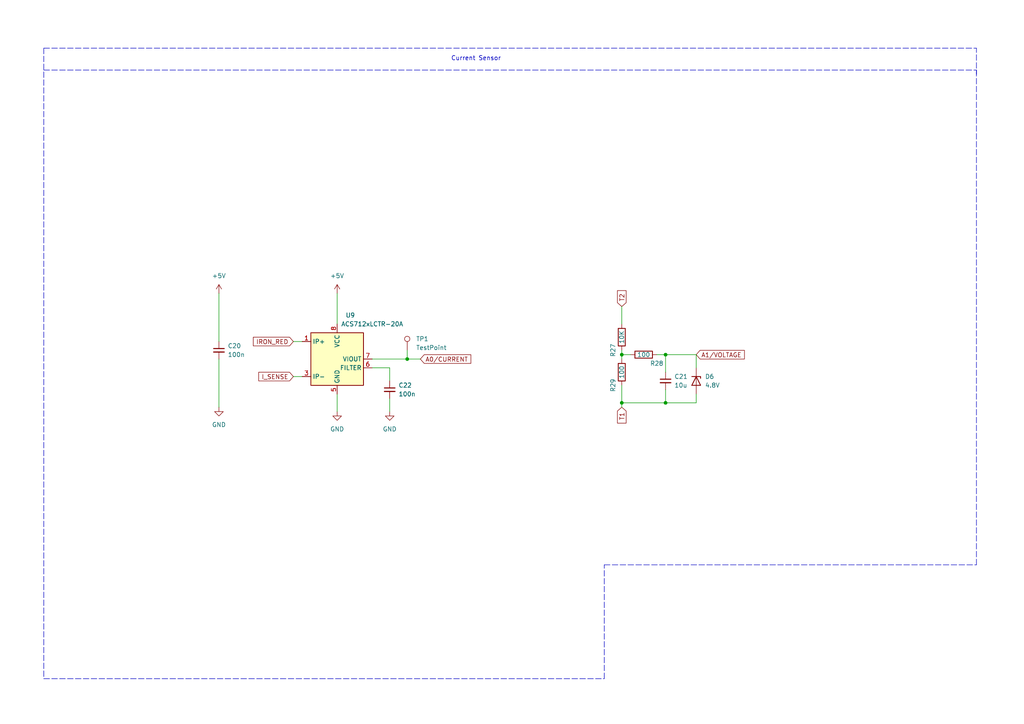
<source format=kicad_sch>
(kicad_sch (version 20210621) (generator eeschema)
  (paper "A4")
  (lib_symbols
    (symbol "Connector:TestPoint" (pin_numbers hide) (pin_names (offset 0.762) hide)
      (property "Reference" "TP" (at 0 6.858 0))
      (property "Value" "TestPoint" (at 0 5.08 0))
      (symbol "TestPoint_0_1"
        (circle (center 0 3.302) (radius 0.762))
      )
      (symbol "TestPoint_1_1"
        (pin passive line (at 0 0 90) (length 2.54) (name "1") (number "1"))
      )
    )
    (symbol "Device:C_Small" (pin_numbers hide) (pin_names (offset 0.254) hide)
      (property "Reference" "C" (at 0.254 1.778 0))
      (property "Value" "C_Small" (at 0.254 -2.032 0))
      (symbol "C_Small_0_1"
        (polyline (pts (xy -1.524 -0.508) (xy 1.524 -0.508)) (stroke (width 0.3302)))
        (polyline (pts (xy -1.524 0.508) (xy 1.524 0.508)) (stroke (width 0.3048)))
      )
      (symbol "C_Small_1_1"
        (pin passive line (at 0 2.54 270) (length 2.032) (name "~") (number "1"))
        (pin passive line (at 0 -2.54 90) (length 2.032) (name "~") (number "2"))
      )
    )
    (symbol "Device:R" (pin_numbers hide) (pin_names (offset 0))
      (property "Reference" "R" (at 2.032 0 90))
      (property "Value" "R" (at 0 0 90))
      (symbol "R_0_1"
        (rectangle (start -1.016 -2.54) (end 1.016 2.54) (stroke (width 0.254)))
      )
      (symbol "R_1_1"
        (pin passive line (at 0 3.81 270) (length 1.27) (name "~") (number "1"))
        (pin passive line (at 0 -3.81 90) (length 1.27) (name "~") (number "2"))
      )
    )
    (symbol "Diode:ZPDxx" (pin_numbers hide) (pin_names (offset 1.016) hide)
      (property "Reference" "D" (at 0 2.54 0))
      (property "Value" "ZPDxx" (at 0 -2.54 0))
      (symbol "ZPDxx_0_1"
        (polyline (pts (xy 1.27 0) (xy -1.27 0)))
        (polyline (pts (xy -1.27 -1.27) (xy -1.27 1.27) (xy -0.762 1.27)) (stroke (width 0.254)))
        (polyline (pts (xy 1.27 -1.27) (xy 1.27 1.27) (xy -1.27 0) (xy 1.27 -1.27)) (stroke (width 0.254)))
      )
      (symbol "ZPDxx_1_1"
        (pin passive line (at -3.81 0 0) (length 2.54) (name "K") (number "1"))
        (pin passive line (at 3.81 0 180) (length 2.54) (name "A") (number "2"))
      )
    )
    (symbol "Sensor_Current:ACS712xLCTR-20A"
      (property "Reference" "U" (at 2.54 11.43 0))
      (property "Value" "ACS712xLCTR-20A" (at 2.54 8.89 0))
      (symbol "ACS712xLCTR-20A_0_1"
        (rectangle (start -7.62 7.62) (end 7.62 -7.62) (stroke (width 0.254)) (fill (type background)))
      )
      (symbol "ACS712xLCTR-20A_1_1"
        (pin passive line (at -10.16 5.08 0) (length 2.54) (name "IP+") (number "1"))
        (pin passive line (at -10.16 5.08 0) (length 2.54) hide (name "IP+") (number "2"))
        (pin passive line (at -10.16 -5.08 0) (length 2.54) (name "IP-") (number "3"))
        (pin passive line (at -10.16 -5.08 0) (length 2.54) hide (name "IP-") (number "4"))
        (pin power_in line (at 0 -10.16 90) (length 2.54) (name "GND") (number "5"))
        (pin passive line (at 10.16 -2.54 180) (length 2.54) (name "FILTER") (number "6"))
        (pin output line (at 10.16 0 180) (length 2.54) (name "VIOUT") (number "7"))
        (pin power_in line (at 0 10.16 270) (length 2.54) (name "VCC") (number "8"))
      )
    )
    (symbol "power:+5V" (power) (pin_names (offset 0))
      (property "Value" "+5V" (at 0 3.556 0))
      (symbol "+5V_0_1"
        (polyline (pts (xy -0.762 1.27) (xy 0 2.54)))
        (polyline (pts (xy 0 0) (xy 0 2.54)))
        (polyline (pts (xy 0 2.54) (xy 0.762 1.27)))
      )
      (symbol "+5V_1_1"
        (pin power_in line (at 0 0 90) (length 0) hide (name "+5V") (number "1"))
      )
    )
    (symbol "power:GND" (power) (pin_names (offset 0))
      (property "Value" "GND" (at 0 -3.81 0))
      (symbol "GND_0_1"
        (polyline (pts (xy 0 0) (xy 0 -1.27) (xy 1.27 -1.27) (xy 0 -2.54) (xy -1.27 -1.27) (xy 0 -1.27)))
      )
      (symbol "GND_1_1"
        (pin power_in line (at 0 0 270) (length 0) hide (name "GND") (number "1"))
      )
    )
  )
  (junction (at 118.11 104.14))
  (junction (at 180.34 102.87))
  (junction (at 180.34 116.84))
  (junction (at 193.04 102.87))
  (junction (at 193.04 116.84))
  (wire (pts (xy 63.5 85.09) (xy 63.5 99.06)))
  (wire (pts (xy 63.5 104.14) (xy 63.5 118.11)))
  (wire (pts (xy 85.09 99.06) (xy 87.63 99.06)))
  (wire (pts (xy 85.09 109.22) (xy 87.63 109.22)))
  (wire (pts (xy 97.79 85.09) (xy 97.79 93.98)))
  (wire (pts (xy 97.79 119.38) (xy 97.79 114.3)))
  (wire (pts (xy 113.03 106.68) (xy 107.95 106.68)))
  (wire (pts (xy 113.03 110.49) (xy 113.03 106.68)))
  (wire (pts (xy 113.03 115.57) (xy 113.03 119.38)))
  (wire (pts (xy 118.11 101.6) (xy 118.11 104.14)))
  (wire (pts (xy 118.11 104.14) (xy 107.95 104.14)))
  (wire (pts (xy 121.92 104.14) (xy 118.11 104.14)))
  (wire (pts (xy 180.34 88.9) (xy 180.34 93.98)))
  (wire (pts (xy 180.34 101.6) (xy 180.34 102.87)))
  (wire (pts (xy 180.34 102.87) (xy 180.34 104.14)))
  (wire (pts (xy 180.34 102.87) (xy 182.88 102.87)))
  (wire (pts (xy 180.34 116.84) (xy 180.34 111.76)))
  (wire (pts (xy 180.34 116.84) (xy 193.04 116.84)))
  (wire (pts (xy 180.34 118.11) (xy 180.34 116.84)))
  (wire (pts (xy 190.5 102.87) (xy 193.04 102.87)))
  (wire (pts (xy 193.04 102.87) (xy 193.04 107.95)))
  (wire (pts (xy 193.04 102.87) (xy 201.93 102.87)))
  (wire (pts (xy 193.04 113.03) (xy 193.04 116.84)))
  (wire (pts (xy 193.04 116.84) (xy 201.93 116.84)))
  (wire (pts (xy 201.93 102.87) (xy 201.93 106.68)))
  (wire (pts (xy 201.93 114.3) (xy 201.93 116.84)))
  (polyline (pts (xy 12.7 13.97) (xy 12.7 196.85)))
  (polyline (pts (xy 12.7 13.97) (xy 283.21 13.97)))
  (polyline (pts (xy 12.7 20.32) (xy 283.21 20.32)))
  (polyline (pts (xy 12.7 196.85) (xy 175.26 196.85)))
  (polyline (pts (xy 175.26 163.83) (xy 283.21 163.83)))
  (polyline (pts (xy 175.26 196.85) (xy 175.26 163.83)))
  (polyline (pts (xy 283.21 20.32) (xy 283.21 21.59)))
  (polyline (pts (xy 283.21 163.83) (xy 283.21 13.97)))
  (text "Current Sensor" (at 130.81 17.78 0) (effects (font (size 1.27 1.27)) (justify left bottom)))
  (global_label "IRON_RED" (shape input) (at 85.09 99.06 180) (property "Intersheet References" "${INTERSHEET_REFS}" (effects hide)))
  (global_label "I_SENSE" (shape input) (at 85.09 109.22 180) (property "Intersheet References" "${INTERSHEET_REFS}" (effects hide)))
  (global_label "A0{slash}CURRENT" (shape input) (at 121.92 104.14 0) (property "Intersheet References" "${INTERSHEET_REFS}" (effects hide)))
  (global_label "T2" (shape input) (at 180.34 88.9 90) (property "Intersheet References" "${INTERSHEET_REFS}" (effects hide)))
  (global_label "T1" (shape input) (at 180.34 118.11 270) (property "Intersheet References" "${INTERSHEET_REFS}" (effects hide)))
  (global_label "A1{slash}VOLTAGE" (shape input) (at 201.93 102.87 0) (property "Intersheet References" "${INTERSHEET_REFS}" (effects hide)))
  (symbol (lib_id "power:+5V") (at 63.5 85.09 0) (unit 1)
    (property "Reference" "#PWR068" (effects hide))
    (property "Value" "+5V" (at 63.5 80.01 0))
  )
  (symbol (lib_id "power:+5V") (at 97.79 85.09 0) (unit 1)
    (property "Reference" "#PWR069" (effects hide))
    (property "Value" "+5V" (at 97.79 80.01 0))
  )
  (symbol (lib_id "Connector:TestPoint") (at 118.11 101.6 0) (unit 1)
    (property "Reference" "TP1" (at 120.65 98.2979 0) (effects (justify left)))
    (property "Value" "TestPoint" (at 120.65 100.8379 0) (effects (justify left)))
    (property "Footprint" "TestPoint:TestPoint_Pad_2.5x2.5mm" (effects hide))
  )
  (symbol (lib_id "power:GND") (at 63.5 118.11 0) (unit 1)
    (property "Reference" "#PWR070" (effects hide))
    (property "Value" "GND" (at 63.5 123.19 0))
  )
  (symbol (lib_id "power:GND") (at 97.79 119.38 0) (unit 1)
    (property "Reference" "#PWR071" (effects hide))
    (property "Value" "GND" (at 97.79 124.46 0))
  )
  (symbol (lib_id "power:GND") (at 113.03 119.38 0) (unit 1)
    (property "Reference" "#PWR072" (effects hide))
    (property "Value" "GND" (at 113.03 124.46 0))
  )
  (symbol (lib_id "Device:C_Small") (at 63.5 101.6 0) (unit 1)
    (property "Reference" "C20" (at 66.04 100.3299 0) (effects (justify left)))
    (property "Value" "100n" (at 66.04 102.8699 0) (effects (justify left)))
    (property "Footprint" "Capacitor_SMD:C_0805_2012Metric" (effects hide))
  )
  (symbol (lib_id "Device:C_Small") (at 113.03 113.03 0) (unit 1)
    (property "Reference" "C22" (at 115.57 111.7599 0) (effects (justify left)))
    (property "Value" "100n" (at 115.57 114.2999 0) (effects (justify left)))
    (property "Footprint" "Capacitor_SMD:C_0805_2012Metric" (effects hide))
  )
  (symbol (lib_id "Device:C_Small") (at 193.04 110.49 0) (unit 1)
    (property "Reference" "C21" (at 195.58 109.2199 0) (effects (justify left)))
    (property "Value" "10u" (at 195.58 111.7599 0) (effects (justify left)))
    (property "Footprint" "Capacitor_SMD:C_0805_2012Metric" (effects hide))
  )
  (symbol (lib_id "Device:R") (at 180.34 97.79 180) (unit 1)
    (property "Reference" "R27" (at 177.8 101.6 90))
    (property "Value" "10K" (at 180.34 97.79 90))
    (property "Footprint" "Resistor_SMD:R_0805_2012Metric" (effects hide))
  )
  (symbol (lib_id "Device:R") (at 180.34 107.95 180) (unit 1)
    (property "Reference" "R29" (at 177.8 111.76 90))
    (property "Value" "100" (at 180.34 107.95 90))
    (property "Footprint" "Resistor_SMD:R_0805_2012Metric" (effects hide))
  )
  (symbol (lib_id "Device:R") (at 186.69 102.87 270) (unit 1)
    (property "Reference" "R28" (at 190.5 105.41 90))
    (property "Value" "100" (at 186.69 102.87 90))
    (property "Footprint" "Resistor_SMD:R_0805_2012Metric" (effects hide))
  )
  (symbol (lib_id "Diode:ZPDxx") (at 201.93 110.49 270) (unit 1)
    (property "Reference" "D6" (at 204.47 109.2199 90) (effects (justify left)))
    (property "Value" "4.8V" (at 204.47 111.7599 90) (effects (justify left)))
    (property "Footprint" "Diode_THT:D_DO-35_SOD27_P10.16mm_Horizontal" (effects hide))
    (property "Datasheet" "http://diotec.com/tl_files/diotec/files/pdf/datasheets/zpd1" (effects hide))
  )
  (symbol (lib_id "Sensor_Current:ACS712xLCTR-20A") (at 97.79 104.14 0) (unit 1)
    (property "Reference" "U9" (at 101.6 91.44 0))
    (property "Value" "ACS712xLCTR-20A" (at 107.95 93.98 0))
    (property "Footprint" "Package_SO:SOIC-8_3.9x4.9mm_P1.27mm" (effects hide))
    (property "Datasheet" "http://www.allegromicro.com/~/media/Files/Datasheets/ACS712-Datasheet.ashx?la=en" (effects hide))
  )
)
</source>
